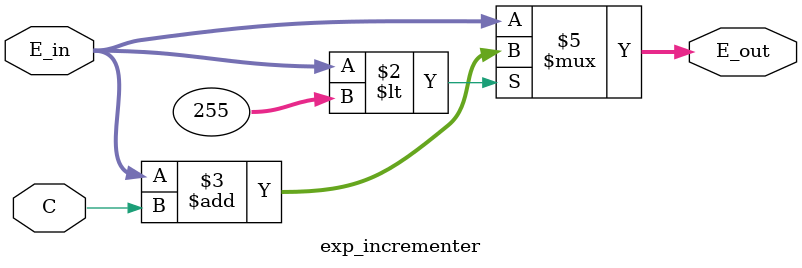
<source format=v>
`timescale 1ns / 1ps

module exp_incrementer(
    input [7:0] E_in,
    input C,
    output reg [7:0] E_out
    );
    
    always@* begin
        if(E_in < 255)
            E_out = E_in + C;
        else
            E_out = E_in;
    end
endmodule

</source>
